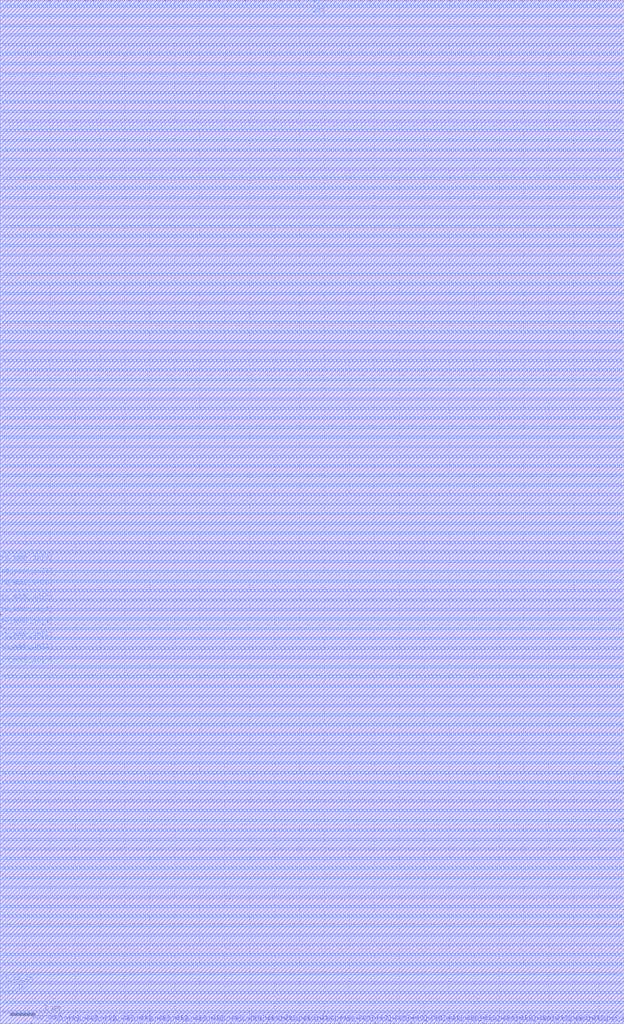
<source format=lef>
# Generated by OpenFakeRAM
VERSION 5.7 ;
BUSBITCHARS "[]" ;
PROPERTYDEFINITIONS
  MACRO width INTEGER ;
  MACRO depth INTEGER ;
  MACRO banks INTEGER ;
END PROPERTYDEFINITIONS
MACRO fakeram_1rw1r_32w384d_sram
  PROPERTY width 32 ;
  PROPERTY depth 384 ;
  PROPERTY banks 1 ;
  FOREIGN fakeram_1rw1r_32w384d_sram 0 0 ;
  SYMMETRY X Y R90 ;
  SIZE 25.020 BY 41.040 ;
  CLASS BLOCK ;
  PIN r0_clk
    DIRECTION INPUT ;
    USE SIGNAL ;
    SHAPE ABUTMENT ;
    PORT
      LAYER M4 ;
      RECT 0.000 1.236 0.048 1.260 ;
    END
  END r0_clk
  PIN r0_ce_in
    DIRECTION INPUT ;
    USE SIGNAL ;
    SHAPE ABUTMENT ;
    PORT
      LAYER M4 ;
      RECT 0.000 1.620 0.048 1.644 ;
    END
  END r0_ce_in
  PIN r0_addr_in[0]
    DIRECTION INPUT ;
    USE SIGNAL ;
    SHAPE ABUTMENT ;
    PORT
      LAYER M4 ;
      RECT 0.000 14.388 0.048 14.412 ;
    END
  END r0_addr_in[0]
  PIN r0_addr_in[1]
    DIRECTION INPUT ;
    USE SIGNAL ;
    SHAPE ABUTMENT ;
    PORT
      LAYER M4 ;
      RECT 0.000 14.916 0.048 14.940 ;
    END
  END r0_addr_in[1]
  PIN r0_addr_in[2]
    DIRECTION INPUT ;
    USE SIGNAL ;
    SHAPE ABUTMENT ;
    PORT
      LAYER M4 ;
      RECT 0.000 15.396 0.048 15.420 ;
    END
  END r0_addr_in[2]
  PIN r0_addr_in[3]
    DIRECTION INPUT ;
    USE SIGNAL ;
    SHAPE ABUTMENT ;
    PORT
      LAYER M4 ;
      RECT 0.000 15.924 0.048 15.948 ;
    END
  END r0_addr_in[3]
  PIN r0_addr_in[4]
    DIRECTION INPUT ;
    USE SIGNAL ;
    SHAPE ABUTMENT ;
    PORT
      LAYER M4 ;
      RECT 0.000 16.404 0.048 16.428 ;
    END
  END r0_addr_in[4]
  PIN r0_addr_in[5]
    DIRECTION INPUT ;
    USE SIGNAL ;
    SHAPE ABUTMENT ;
    PORT
      LAYER M4 ;
      RECT 0.000 16.932 0.048 16.956 ;
    END
  END r0_addr_in[5]
  PIN r0_addr_in[6]
    DIRECTION INPUT ;
    USE SIGNAL ;
    SHAPE ABUTMENT ;
    PORT
      LAYER M4 ;
      RECT 0.000 17.460 0.048 17.484 ;
    END
  END r0_addr_in[6]
  PIN r0_addr_in[7]
    DIRECTION INPUT ;
    USE SIGNAL ;
    SHAPE ABUTMENT ;
    PORT
      LAYER M4 ;
      RECT 0.000 17.940 0.048 17.964 ;
    END
  END r0_addr_in[7]
  PIN r0_addr_in[8]
    DIRECTION INPUT ;
    USE SIGNAL ;
    SHAPE ABUTMENT ;
    PORT
      LAYER M4 ;
      RECT 0.000 18.468 0.048 18.492 ;
    END
  END r0_addr_in[8]
  PIN rw0_rd_out[0]
    DIRECTION OUTPUT ;
    USE SIGNAL ;
    SHAPE ABUTMENT ;
    PORT
      LAYER M3 ;
      RECT 1.251 41.004 1.269 41.040 ;
    END
  END rw0_rd_out[0]
  PIN r0_rd_out[0]
    DIRECTION OUTPUT ;
    USE SIGNAL ;
    SHAPE ABUTMENT ;
    PORT
      LAYER M3 ;
      RECT 1.611 41.004 1.629 41.040 ;
    END
  END r0_rd_out[0]
  PIN rw0_rd_out[1]
    DIRECTION OUTPUT ;
    USE SIGNAL ;
    SHAPE ABUTMENT ;
    PORT
      LAYER M3 ;
      RECT 1.971 41.004 1.989 41.040 ;
    END
  END rw0_rd_out[1]
  PIN r0_rd_out[1]
    DIRECTION OUTPUT ;
    USE SIGNAL ;
    SHAPE ABUTMENT ;
    PORT
      LAYER M3 ;
      RECT 2.331 41.004 2.349 41.040 ;
    END
  END r0_rd_out[1]
  PIN rw0_rd_out[2]
    DIRECTION OUTPUT ;
    USE SIGNAL ;
    SHAPE ABUTMENT ;
    PORT
      LAYER M3 ;
      RECT 2.691 41.004 2.709 41.040 ;
    END
  END rw0_rd_out[2]
  PIN r0_rd_out[2]
    DIRECTION OUTPUT ;
    USE SIGNAL ;
    SHAPE ABUTMENT ;
    PORT
      LAYER M3 ;
      RECT 3.051 41.004 3.069 41.040 ;
    END
  END r0_rd_out[2]
  PIN rw0_rd_out[3]
    DIRECTION OUTPUT ;
    USE SIGNAL ;
    SHAPE ABUTMENT ;
    PORT
      LAYER M3 ;
      RECT 3.411 41.004 3.429 41.040 ;
    END
  END rw0_rd_out[3]
  PIN r0_rd_out[3]
    DIRECTION OUTPUT ;
    USE SIGNAL ;
    SHAPE ABUTMENT ;
    PORT
      LAYER M3 ;
      RECT 3.735 41.004 3.753 41.040 ;
    END
  END r0_rd_out[3]
  PIN rw0_rd_out[4]
    DIRECTION OUTPUT ;
    USE SIGNAL ;
    SHAPE ABUTMENT ;
    PORT
      LAYER M3 ;
      RECT 4.095 41.004 4.113 41.040 ;
    END
  END rw0_rd_out[4]
  PIN r0_rd_out[4]
    DIRECTION OUTPUT ;
    USE SIGNAL ;
    SHAPE ABUTMENT ;
    PORT
      LAYER M3 ;
      RECT 4.455 41.004 4.473 41.040 ;
    END
  END r0_rd_out[4]
  PIN rw0_rd_out[5]
    DIRECTION OUTPUT ;
    USE SIGNAL ;
    SHAPE ABUTMENT ;
    PORT
      LAYER M3 ;
      RECT 4.815 41.004 4.833 41.040 ;
    END
  END rw0_rd_out[5]
  PIN r0_rd_out[5]
    DIRECTION OUTPUT ;
    USE SIGNAL ;
    SHAPE ABUTMENT ;
    PORT
      LAYER M3 ;
      RECT 5.175 41.004 5.193 41.040 ;
    END
  END r0_rd_out[5]
  PIN rw0_rd_out[6]
    DIRECTION OUTPUT ;
    USE SIGNAL ;
    SHAPE ABUTMENT ;
    PORT
      LAYER M3 ;
      RECT 5.535 41.004 5.553 41.040 ;
    END
  END rw0_rd_out[6]
  PIN r0_rd_out[6]
    DIRECTION OUTPUT ;
    USE SIGNAL ;
    SHAPE ABUTMENT ;
    PORT
      LAYER M3 ;
      RECT 5.895 41.004 5.913 41.040 ;
    END
  END r0_rd_out[6]
  PIN rw0_rd_out[7]
    DIRECTION OUTPUT ;
    USE SIGNAL ;
    SHAPE ABUTMENT ;
    PORT
      LAYER M3 ;
      RECT 6.255 41.004 6.273 41.040 ;
    END
  END rw0_rd_out[7]
  PIN r0_rd_out[7]
    DIRECTION OUTPUT ;
    USE SIGNAL ;
    SHAPE ABUTMENT ;
    PORT
      LAYER M3 ;
      RECT 6.615 41.004 6.633 41.040 ;
    END
  END r0_rd_out[7]
  PIN rw0_rd_out[8]
    DIRECTION OUTPUT ;
    USE SIGNAL ;
    SHAPE ABUTMENT ;
    PORT
      LAYER M3 ;
      RECT 6.975 41.004 6.993 41.040 ;
    END
  END rw0_rd_out[8]
  PIN r0_rd_out[8]
    DIRECTION OUTPUT ;
    USE SIGNAL ;
    SHAPE ABUTMENT ;
    PORT
      LAYER M3 ;
      RECT 7.335 41.004 7.353 41.040 ;
    END
  END r0_rd_out[8]
  PIN rw0_rd_out[9]
    DIRECTION OUTPUT ;
    USE SIGNAL ;
    SHAPE ABUTMENT ;
    PORT
      LAYER M3 ;
      RECT 7.695 41.004 7.713 41.040 ;
    END
  END rw0_rd_out[9]
  PIN r0_rd_out[9]
    DIRECTION OUTPUT ;
    USE SIGNAL ;
    SHAPE ABUTMENT ;
    PORT
      LAYER M3 ;
      RECT 8.019 41.004 8.037 41.040 ;
    END
  END r0_rd_out[9]
  PIN rw0_rd_out[10]
    DIRECTION OUTPUT ;
    USE SIGNAL ;
    SHAPE ABUTMENT ;
    PORT
      LAYER M3 ;
      RECT 8.379 41.004 8.397 41.040 ;
    END
  END rw0_rd_out[10]
  PIN r0_rd_out[10]
    DIRECTION OUTPUT ;
    USE SIGNAL ;
    SHAPE ABUTMENT ;
    PORT
      LAYER M3 ;
      RECT 8.739 41.004 8.757 41.040 ;
    END
  END r0_rd_out[10]
  PIN rw0_rd_out[11]
    DIRECTION OUTPUT ;
    USE SIGNAL ;
    SHAPE ABUTMENT ;
    PORT
      LAYER M3 ;
      RECT 9.099 41.004 9.117 41.040 ;
    END
  END rw0_rd_out[11]
  PIN r0_rd_out[11]
    DIRECTION OUTPUT ;
    USE SIGNAL ;
    SHAPE ABUTMENT ;
    PORT
      LAYER M3 ;
      RECT 9.459 41.004 9.477 41.040 ;
    END
  END r0_rd_out[11]
  PIN rw0_rd_out[12]
    DIRECTION OUTPUT ;
    USE SIGNAL ;
    SHAPE ABUTMENT ;
    PORT
      LAYER M3 ;
      RECT 9.819 41.004 9.837 41.040 ;
    END
  END rw0_rd_out[12]
  PIN r0_rd_out[12]
    DIRECTION OUTPUT ;
    USE SIGNAL ;
    SHAPE ABUTMENT ;
    PORT
      LAYER M3 ;
      RECT 10.179 41.004 10.197 41.040 ;
    END
  END r0_rd_out[12]
  PIN rw0_rd_out[13]
    DIRECTION OUTPUT ;
    USE SIGNAL ;
    SHAPE ABUTMENT ;
    PORT
      LAYER M3 ;
      RECT 10.539 41.004 10.557 41.040 ;
    END
  END rw0_rd_out[13]
  PIN r0_rd_out[13]
    DIRECTION OUTPUT ;
    USE SIGNAL ;
    SHAPE ABUTMENT ;
    PORT
      LAYER M3 ;
      RECT 10.899 41.004 10.917 41.040 ;
    END
  END r0_rd_out[13]
  PIN rw0_rd_out[14]
    DIRECTION OUTPUT ;
    USE SIGNAL ;
    SHAPE ABUTMENT ;
    PORT
      LAYER M3 ;
      RECT 11.259 41.004 11.277 41.040 ;
    END
  END rw0_rd_out[14]
  PIN r0_rd_out[14]
    DIRECTION OUTPUT ;
    USE SIGNAL ;
    SHAPE ABUTMENT ;
    PORT
      LAYER M3 ;
      RECT 11.619 41.004 11.637 41.040 ;
    END
  END r0_rd_out[14]
  PIN rw0_rd_out[15]
    DIRECTION OUTPUT ;
    USE SIGNAL ;
    SHAPE ABUTMENT ;
    PORT
      LAYER M3 ;
      RECT 11.979 41.004 11.997 41.040 ;
    END
  END rw0_rd_out[15]
  PIN r0_rd_out[15]
    DIRECTION OUTPUT ;
    USE SIGNAL ;
    SHAPE ABUTMENT ;
    PORT
      LAYER M3 ;
      RECT 12.339 41.004 12.357 41.040 ;
    END
  END r0_rd_out[15]
  PIN rw0_rd_out[16]
    DIRECTION OUTPUT ;
    USE SIGNAL ;
    SHAPE ABUTMENT ;
    PORT
      LAYER M3 ;
      RECT 12.663 41.004 12.681 41.040 ;
    END
  END rw0_rd_out[16]
  PIN r0_rd_out[16]
    DIRECTION OUTPUT ;
    USE SIGNAL ;
    SHAPE ABUTMENT ;
    PORT
      LAYER M3 ;
      RECT 13.023 41.004 13.041 41.040 ;
    END
  END r0_rd_out[16]
  PIN rw0_rd_out[17]
    DIRECTION OUTPUT ;
    USE SIGNAL ;
    SHAPE ABUTMENT ;
    PORT
      LAYER M3 ;
      RECT 13.383 41.004 13.401 41.040 ;
    END
  END rw0_rd_out[17]
  PIN r0_rd_out[17]
    DIRECTION OUTPUT ;
    USE SIGNAL ;
    SHAPE ABUTMENT ;
    PORT
      LAYER M3 ;
      RECT 13.743 41.004 13.761 41.040 ;
    END
  END r0_rd_out[17]
  PIN rw0_rd_out[18]
    DIRECTION OUTPUT ;
    USE SIGNAL ;
    SHAPE ABUTMENT ;
    PORT
      LAYER M3 ;
      RECT 14.103 41.004 14.121 41.040 ;
    END
  END rw0_rd_out[18]
  PIN r0_rd_out[18]
    DIRECTION OUTPUT ;
    USE SIGNAL ;
    SHAPE ABUTMENT ;
    PORT
      LAYER M3 ;
      RECT 14.463 41.004 14.481 41.040 ;
    END
  END r0_rd_out[18]
  PIN rw0_rd_out[19]
    DIRECTION OUTPUT ;
    USE SIGNAL ;
    SHAPE ABUTMENT ;
    PORT
      LAYER M3 ;
      RECT 14.823 41.004 14.841 41.040 ;
    END
  END rw0_rd_out[19]
  PIN r0_rd_out[19]
    DIRECTION OUTPUT ;
    USE SIGNAL ;
    SHAPE ABUTMENT ;
    PORT
      LAYER M3 ;
      RECT 15.183 41.004 15.201 41.040 ;
    END
  END r0_rd_out[19]
  PIN rw0_rd_out[20]
    DIRECTION OUTPUT ;
    USE SIGNAL ;
    SHAPE ABUTMENT ;
    PORT
      LAYER M3 ;
      RECT 15.543 41.004 15.561 41.040 ;
    END
  END rw0_rd_out[20]
  PIN r0_rd_out[20]
    DIRECTION OUTPUT ;
    USE SIGNAL ;
    SHAPE ABUTMENT ;
    PORT
      LAYER M3 ;
      RECT 15.903 41.004 15.921 41.040 ;
    END
  END r0_rd_out[20]
  PIN rw0_rd_out[21]
    DIRECTION OUTPUT ;
    USE SIGNAL ;
    SHAPE ABUTMENT ;
    PORT
      LAYER M3 ;
      RECT 16.263 41.004 16.281 41.040 ;
    END
  END rw0_rd_out[21]
  PIN r0_rd_out[21]
    DIRECTION OUTPUT ;
    USE SIGNAL ;
    SHAPE ABUTMENT ;
    PORT
      LAYER M3 ;
      RECT 16.623 41.004 16.641 41.040 ;
    END
  END r0_rd_out[21]
  PIN rw0_rd_out[22]
    DIRECTION OUTPUT ;
    USE SIGNAL ;
    SHAPE ABUTMENT ;
    PORT
      LAYER M3 ;
      RECT 16.983 41.004 17.001 41.040 ;
    END
  END rw0_rd_out[22]
  PIN r0_rd_out[22]
    DIRECTION OUTPUT ;
    USE SIGNAL ;
    SHAPE ABUTMENT ;
    PORT
      LAYER M3 ;
      RECT 17.307 41.004 17.325 41.040 ;
    END
  END r0_rd_out[22]
  PIN rw0_rd_out[23]
    DIRECTION OUTPUT ;
    USE SIGNAL ;
    SHAPE ABUTMENT ;
    PORT
      LAYER M3 ;
      RECT 17.667 41.004 17.685 41.040 ;
    END
  END rw0_rd_out[23]
  PIN r0_rd_out[23]
    DIRECTION OUTPUT ;
    USE SIGNAL ;
    SHAPE ABUTMENT ;
    PORT
      LAYER M3 ;
      RECT 18.027 41.004 18.045 41.040 ;
    END
  END r0_rd_out[23]
  PIN rw0_rd_out[24]
    DIRECTION OUTPUT ;
    USE SIGNAL ;
    SHAPE ABUTMENT ;
    PORT
      LAYER M3 ;
      RECT 18.387 41.004 18.405 41.040 ;
    END
  END rw0_rd_out[24]
  PIN r0_rd_out[24]
    DIRECTION OUTPUT ;
    USE SIGNAL ;
    SHAPE ABUTMENT ;
    PORT
      LAYER M3 ;
      RECT 18.747 41.004 18.765 41.040 ;
    END
  END r0_rd_out[24]
  PIN rw0_rd_out[25]
    DIRECTION OUTPUT ;
    USE SIGNAL ;
    SHAPE ABUTMENT ;
    PORT
      LAYER M3 ;
      RECT 19.107 41.004 19.125 41.040 ;
    END
  END rw0_rd_out[25]
  PIN r0_rd_out[25]
    DIRECTION OUTPUT ;
    USE SIGNAL ;
    SHAPE ABUTMENT ;
    PORT
      LAYER M3 ;
      RECT 19.467 41.004 19.485 41.040 ;
    END
  END r0_rd_out[25]
  PIN rw0_rd_out[26]
    DIRECTION OUTPUT ;
    USE SIGNAL ;
    SHAPE ABUTMENT ;
    PORT
      LAYER M3 ;
      RECT 19.827 41.004 19.845 41.040 ;
    END
  END rw0_rd_out[26]
  PIN r0_rd_out[26]
    DIRECTION OUTPUT ;
    USE SIGNAL ;
    SHAPE ABUTMENT ;
    PORT
      LAYER M3 ;
      RECT 20.187 41.004 20.205 41.040 ;
    END
  END r0_rd_out[26]
  PIN rw0_rd_out[27]
    DIRECTION OUTPUT ;
    USE SIGNAL ;
    SHAPE ABUTMENT ;
    PORT
      LAYER M3 ;
      RECT 20.547 41.004 20.565 41.040 ;
    END
  END rw0_rd_out[27]
  PIN r0_rd_out[27]
    DIRECTION OUTPUT ;
    USE SIGNAL ;
    SHAPE ABUTMENT ;
    PORT
      LAYER M3 ;
      RECT 20.907 41.004 20.925 41.040 ;
    END
  END r0_rd_out[27]
  PIN rw0_rd_out[28]
    DIRECTION OUTPUT ;
    USE SIGNAL ;
    SHAPE ABUTMENT ;
    PORT
      LAYER M3 ;
      RECT 21.267 41.004 21.285 41.040 ;
    END
  END rw0_rd_out[28]
  PIN r0_rd_out[28]
    DIRECTION OUTPUT ;
    USE SIGNAL ;
    SHAPE ABUTMENT ;
    PORT
      LAYER M3 ;
      RECT 21.591 41.004 21.609 41.040 ;
    END
  END r0_rd_out[28]
  PIN rw0_rd_out[29]
    DIRECTION OUTPUT ;
    USE SIGNAL ;
    SHAPE ABUTMENT ;
    PORT
      LAYER M3 ;
      RECT 21.951 41.004 21.969 41.040 ;
    END
  END rw0_rd_out[29]
  PIN r0_rd_out[29]
    DIRECTION OUTPUT ;
    USE SIGNAL ;
    SHAPE ABUTMENT ;
    PORT
      LAYER M3 ;
      RECT 22.311 41.004 22.329 41.040 ;
    END
  END r0_rd_out[29]
  PIN rw0_rd_out[30]
    DIRECTION OUTPUT ;
    USE SIGNAL ;
    SHAPE ABUTMENT ;
    PORT
      LAYER M3 ;
      RECT 22.671 41.004 22.689 41.040 ;
    END
  END rw0_rd_out[30]
  PIN r0_rd_out[30]
    DIRECTION OUTPUT ;
    USE SIGNAL ;
    SHAPE ABUTMENT ;
    PORT
      LAYER M3 ;
      RECT 23.031 41.004 23.049 41.040 ;
    END
  END r0_rd_out[30]
  PIN rw0_rd_out[31]
    DIRECTION OUTPUT ;
    USE SIGNAL ;
    SHAPE ABUTMENT ;
    PORT
      LAYER M3 ;
      RECT 23.391 41.004 23.409 41.040 ;
    END
  END rw0_rd_out[31]
  PIN r0_rd_out[31]
    DIRECTION OUTPUT ;
    USE SIGNAL ;
    SHAPE ABUTMENT ;
    PORT
      LAYER M3 ;
      RECT 23.751 41.004 23.769 41.040 ;
    END
  END r0_rd_out[31]
  PIN rw0_clk
    DIRECTION INPUT ;
    USE SIGNAL ;
    SHAPE ABUTMENT ;
    PORT
      LAYER M4 ;
      RECT 24.972 36.948 25.020 36.972 ;
    END
  END rw0_clk
  PIN rw0_ce_in
    DIRECTION INPUT ;
    USE SIGNAL ;
    SHAPE ABUTMENT ;
    PORT
      LAYER M4 ;
      RECT 24.972 37.332 25.020 37.356 ;
    END
  END rw0_ce_in
  PIN rw0_we_in
    DIRECTION INPUT ;
    USE SIGNAL ;
    SHAPE ABUTMENT ;
    PORT
      LAYER M4 ;
      RECT 24.972 37.716 25.020 37.740 ;
    END
  END rw0_we_in
  PIN rw0_addr_in[0]
    DIRECTION INPUT ;
    USE SIGNAL ;
    SHAPE ABUTMENT ;
    PORT
      LAYER M4 ;
      RECT 24.972 6.180 25.020 6.204 ;
    END
  END rw0_addr_in[0]
  PIN rw0_addr_in[1]
    DIRECTION INPUT ;
    USE SIGNAL ;
    SHAPE ABUTMENT ;
    PORT
      LAYER M4 ;
      RECT 24.972 6.708 25.020 6.732 ;
    END
  END rw0_addr_in[1]
  PIN rw0_addr_in[2]
    DIRECTION INPUT ;
    USE SIGNAL ;
    SHAPE ABUTMENT ;
    PORT
      LAYER M4 ;
      RECT 24.972 7.188 25.020 7.212 ;
    END
  END rw0_addr_in[2]
  PIN rw0_addr_in[3]
    DIRECTION INPUT ;
    USE SIGNAL ;
    SHAPE ABUTMENT ;
    PORT
      LAYER M4 ;
      RECT 24.972 7.716 25.020 7.740 ;
    END
  END rw0_addr_in[3]
  PIN rw0_addr_in[4]
    DIRECTION INPUT ;
    USE SIGNAL ;
    SHAPE ABUTMENT ;
    PORT
      LAYER M4 ;
      RECT 24.972 8.196 25.020 8.220 ;
    END
  END rw0_addr_in[4]
  PIN rw0_addr_in[5]
    DIRECTION INPUT ;
    USE SIGNAL ;
    SHAPE ABUTMENT ;
    PORT
      LAYER M4 ;
      RECT 24.972 8.724 25.020 8.748 ;
    END
  END rw0_addr_in[5]
  PIN rw0_addr_in[6]
    DIRECTION INPUT ;
    USE SIGNAL ;
    SHAPE ABUTMENT ;
    PORT
      LAYER M4 ;
      RECT 24.972 9.252 25.020 9.276 ;
    END
  END rw0_addr_in[6]
  PIN rw0_addr_in[7]
    DIRECTION INPUT ;
    USE SIGNAL ;
    SHAPE ABUTMENT ;
    PORT
      LAYER M4 ;
      RECT 24.972 9.732 25.020 9.756 ;
    END
  END rw0_addr_in[7]
  PIN rw0_addr_in[8]
    DIRECTION INPUT ;
    USE SIGNAL ;
    SHAPE ABUTMENT ;
    PORT
      LAYER M4 ;
      RECT 24.972 10.260 25.020 10.284 ;
    END
  END rw0_addr_in[8]
  PIN rw0_wd_in[0]
    DIRECTION INPUT ;
    USE SIGNAL ;
    SHAPE ABUTMENT ;
    PORT
      LAYER M3 ;
      RECT 1.251 0.000 1.269 0.036 ;
    END
  END rw0_wd_in[0]
  PIN rw0_wd_in[1]
    DIRECTION INPUT ;
    USE SIGNAL ;
    SHAPE ABUTMENT ;
    PORT
      LAYER M3 ;
      RECT 1.971 0.000 1.989 0.036 ;
    END
  END rw0_wd_in[1]
  PIN rw0_wd_in[2]
    DIRECTION INPUT ;
    USE SIGNAL ;
    SHAPE ABUTMENT ;
    PORT
      LAYER M3 ;
      RECT 2.691 0.000 2.709 0.036 ;
    END
  END rw0_wd_in[2]
  PIN rw0_wd_in[3]
    DIRECTION INPUT ;
    USE SIGNAL ;
    SHAPE ABUTMENT ;
    PORT
      LAYER M3 ;
      RECT 3.411 0.000 3.429 0.036 ;
    END
  END rw0_wd_in[3]
  PIN rw0_wd_in[4]
    DIRECTION INPUT ;
    USE SIGNAL ;
    SHAPE ABUTMENT ;
    PORT
      LAYER M3 ;
      RECT 4.167 0.000 4.185 0.036 ;
    END
  END rw0_wd_in[4]
  PIN rw0_wd_in[5]
    DIRECTION INPUT ;
    USE SIGNAL ;
    SHAPE ABUTMENT ;
    PORT
      LAYER M3 ;
      RECT 4.887 0.000 4.905 0.036 ;
    END
  END rw0_wd_in[5]
  PIN rw0_wd_in[6]
    DIRECTION INPUT ;
    USE SIGNAL ;
    SHAPE ABUTMENT ;
    PORT
      LAYER M3 ;
      RECT 5.607 0.000 5.625 0.036 ;
    END
  END rw0_wd_in[6]
  PIN rw0_wd_in[7]
    DIRECTION INPUT ;
    USE SIGNAL ;
    SHAPE ABUTMENT ;
    PORT
      LAYER M3 ;
      RECT 6.327 0.000 6.345 0.036 ;
    END
  END rw0_wd_in[7]
  PIN rw0_wd_in[8]
    DIRECTION INPUT ;
    USE SIGNAL ;
    SHAPE ABUTMENT ;
    PORT
      LAYER M3 ;
      RECT 7.047 0.000 7.065 0.036 ;
    END
  END rw0_wd_in[8]
  PIN rw0_wd_in[9]
    DIRECTION INPUT ;
    USE SIGNAL ;
    SHAPE ABUTMENT ;
    PORT
      LAYER M3 ;
      RECT 7.767 0.000 7.785 0.036 ;
    END
  END rw0_wd_in[9]
  PIN rw0_wd_in[10]
    DIRECTION INPUT ;
    USE SIGNAL ;
    SHAPE ABUTMENT ;
    PORT
      LAYER M3 ;
      RECT 8.523 0.000 8.541 0.036 ;
    END
  END rw0_wd_in[10]
  PIN rw0_wd_in[11]
    DIRECTION INPUT ;
    USE SIGNAL ;
    SHAPE ABUTMENT ;
    PORT
      LAYER M3 ;
      RECT 9.243 0.000 9.261 0.036 ;
    END
  END rw0_wd_in[11]
  PIN rw0_wd_in[12]
    DIRECTION INPUT ;
    USE SIGNAL ;
    SHAPE ABUTMENT ;
    PORT
      LAYER M3 ;
      RECT 9.963 0.000 9.981 0.036 ;
    END
  END rw0_wd_in[12]
  PIN rw0_wd_in[13]
    DIRECTION INPUT ;
    USE SIGNAL ;
    SHAPE ABUTMENT ;
    PORT
      LAYER M3 ;
      RECT 10.683 0.000 10.701 0.036 ;
    END
  END rw0_wd_in[13]
  PIN rw0_wd_in[14]
    DIRECTION INPUT ;
    USE SIGNAL ;
    SHAPE ABUTMENT ;
    PORT
      LAYER M3 ;
      RECT 11.403 0.000 11.421 0.036 ;
    END
  END rw0_wd_in[14]
  PIN rw0_wd_in[15]
    DIRECTION INPUT ;
    USE SIGNAL ;
    SHAPE ABUTMENT ;
    PORT
      LAYER M3 ;
      RECT 12.123 0.000 12.141 0.036 ;
    END
  END rw0_wd_in[15]
  PIN rw0_wd_in[16]
    DIRECTION INPUT ;
    USE SIGNAL ;
    SHAPE ABUTMENT ;
    PORT
      LAYER M3 ;
      RECT 12.879 0.000 12.897 0.036 ;
    END
  END rw0_wd_in[16]
  PIN rw0_wd_in[17]
    DIRECTION INPUT ;
    USE SIGNAL ;
    SHAPE ABUTMENT ;
    PORT
      LAYER M3 ;
      RECT 13.599 0.000 13.617 0.036 ;
    END
  END rw0_wd_in[17]
  PIN rw0_wd_in[18]
    DIRECTION INPUT ;
    USE SIGNAL ;
    SHAPE ABUTMENT ;
    PORT
      LAYER M3 ;
      RECT 14.319 0.000 14.337 0.036 ;
    END
  END rw0_wd_in[18]
  PIN rw0_wd_in[19]
    DIRECTION INPUT ;
    USE SIGNAL ;
    SHAPE ABUTMENT ;
    PORT
      LAYER M3 ;
      RECT 15.039 0.000 15.057 0.036 ;
    END
  END rw0_wd_in[19]
  PIN rw0_wd_in[20]
    DIRECTION INPUT ;
    USE SIGNAL ;
    SHAPE ABUTMENT ;
    PORT
      LAYER M3 ;
      RECT 15.759 0.000 15.777 0.036 ;
    END
  END rw0_wd_in[20]
  PIN rw0_wd_in[21]
    DIRECTION INPUT ;
    USE SIGNAL ;
    SHAPE ABUTMENT ;
    PORT
      LAYER M3 ;
      RECT 16.479 0.000 16.497 0.036 ;
    END
  END rw0_wd_in[21]
  PIN rw0_wd_in[22]
    DIRECTION INPUT ;
    USE SIGNAL ;
    SHAPE ABUTMENT ;
    PORT
      LAYER M3 ;
      RECT 17.235 0.000 17.253 0.036 ;
    END
  END rw0_wd_in[22]
  PIN rw0_wd_in[23]
    DIRECTION INPUT ;
    USE SIGNAL ;
    SHAPE ABUTMENT ;
    PORT
      LAYER M3 ;
      RECT 17.955 0.000 17.973 0.036 ;
    END
  END rw0_wd_in[23]
  PIN rw0_wd_in[24]
    DIRECTION INPUT ;
    USE SIGNAL ;
    SHAPE ABUTMENT ;
    PORT
      LAYER M3 ;
      RECT 18.675 0.000 18.693 0.036 ;
    END
  END rw0_wd_in[24]
  PIN rw0_wd_in[25]
    DIRECTION INPUT ;
    USE SIGNAL ;
    SHAPE ABUTMENT ;
    PORT
      LAYER M3 ;
      RECT 19.395 0.000 19.413 0.036 ;
    END
  END rw0_wd_in[25]
  PIN rw0_wd_in[26]
    DIRECTION INPUT ;
    USE SIGNAL ;
    SHAPE ABUTMENT ;
    PORT
      LAYER M3 ;
      RECT 20.115 0.000 20.133 0.036 ;
    END
  END rw0_wd_in[26]
  PIN rw0_wd_in[27]
    DIRECTION INPUT ;
    USE SIGNAL ;
    SHAPE ABUTMENT ;
    PORT
      LAYER M3 ;
      RECT 20.835 0.000 20.853 0.036 ;
    END
  END rw0_wd_in[27]
  PIN rw0_wd_in[28]
    DIRECTION INPUT ;
    USE SIGNAL ;
    SHAPE ABUTMENT ;
    PORT
      LAYER M3 ;
      RECT 21.591 0.000 21.609 0.036 ;
    END
  END rw0_wd_in[28]
  PIN rw0_wd_in[29]
    DIRECTION INPUT ;
    USE SIGNAL ;
    SHAPE ABUTMENT ;
    PORT
      LAYER M3 ;
      RECT 22.311 0.000 22.329 0.036 ;
    END
  END rw0_wd_in[29]
  PIN rw0_wd_in[30]
    DIRECTION INPUT ;
    USE SIGNAL ;
    SHAPE ABUTMENT ;
    PORT
      LAYER M3 ;
      RECT 23.031 0.000 23.049 0.036 ;
    END
  END rw0_wd_in[30]
  PIN rw0_wd_in[31]
    DIRECTION INPUT ;
    USE SIGNAL ;
    SHAPE ABUTMENT ;
    PORT
      LAYER M3 ;
      RECT 23.751 0.000 23.769 0.036 ;
    END
  END rw0_wd_in[31]
  PIN VSS
    DIRECTION INOUT ;
    USE GROUND ;
    PORT
      LAYER M4 ;
      RECT 0.096 0.816 24.924 0.912 ;
      RECT 0.096 1.584 24.924 1.680 ;
      RECT 0.096 2.352 24.924 2.448 ;
      RECT 0.096 3.120 24.924 3.216 ;
      RECT 0.096 3.888 24.924 3.984 ;
      RECT 0.096 4.656 24.924 4.752 ;
      RECT 0.096 5.424 24.924 5.520 ;
      RECT 0.096 6.192 24.924 6.288 ;
      RECT 0.096 6.960 24.924 7.056 ;
      RECT 0.096 7.728 24.924 7.824 ;
      RECT 0.096 8.496 24.924 8.592 ;
      RECT 0.096 9.264 24.924 9.360 ;
      RECT 0.096 10.032 24.924 10.128 ;
      RECT 0.096 10.800 24.924 10.896 ;
      RECT 0.096 11.568 24.924 11.664 ;
      RECT 0.096 12.336 24.924 12.432 ;
      RECT 0.096 13.104 24.924 13.200 ;
      RECT 0.096 13.872 24.924 13.968 ;
      RECT 0.096 14.640 24.924 14.736 ;
      RECT 0.096 15.408 24.924 15.504 ;
      RECT 0.096 16.176 24.924 16.272 ;
      RECT 0.096 16.944 24.924 17.040 ;
      RECT 0.096 17.712 24.924 17.808 ;
      RECT 0.096 18.480 24.924 18.576 ;
      RECT 0.096 19.248 24.924 19.344 ;
      RECT 0.096 20.016 24.924 20.112 ;
      RECT 0.096 20.784 24.924 20.880 ;
      RECT 0.096 21.552 24.924 21.648 ;
      RECT 0.096 22.320 24.924 22.416 ;
      RECT 0.096 23.088 24.924 23.184 ;
      RECT 0.096 23.856 24.924 23.952 ;
      RECT 0.096 24.624 24.924 24.720 ;
      RECT 0.096 25.392 24.924 25.488 ;
      RECT 0.096 26.160 24.924 26.256 ;
      RECT 0.096 26.928 24.924 27.024 ;
      RECT 0.096 27.696 24.924 27.792 ;
      RECT 0.096 28.464 24.924 28.560 ;
      RECT 0.096 29.232 24.924 29.328 ;
      RECT 0.096 30.000 24.924 30.096 ;
      RECT 0.096 30.768 24.924 30.864 ;
      RECT 0.096 31.536 24.924 31.632 ;
      RECT 0.096 32.304 24.924 32.400 ;
      RECT 0.096 33.072 24.924 33.168 ;
      RECT 0.096 33.840 24.924 33.936 ;
      RECT 0.096 34.608 24.924 34.704 ;
      RECT 0.096 35.376 24.924 35.472 ;
      RECT 0.096 36.144 24.924 36.240 ;
      RECT 0.096 36.912 24.924 37.008 ;
      RECT 0.096 37.680 24.924 37.776 ;
      RECT 0.096 38.448 24.924 38.544 ;
      RECT 0.096 39.216 24.924 39.312 ;
      RECT 0.096 39.984 24.924 40.080 ;
      RECT 0.096 40.752 24.924 40.848 ;
    END
  END VSS
  PIN VDD
    DIRECTION INOUT ;
    USE POWER ;
    PORT
      LAYER M4 ;
      RECT 0.096 0.432 24.924 0.528 ;
      RECT 0.096 1.200 24.924 1.296 ;
      RECT 0.096 1.968 24.924 2.064 ;
      RECT 0.096 2.736 24.924 2.832 ;
      RECT 0.096 3.504 24.924 3.600 ;
      RECT 0.096 4.272 24.924 4.368 ;
      RECT 0.096 5.040 24.924 5.136 ;
      RECT 0.096 5.808 24.924 5.904 ;
      RECT 0.096 6.576 24.924 6.672 ;
      RECT 0.096 7.344 24.924 7.440 ;
      RECT 0.096 8.112 24.924 8.208 ;
      RECT 0.096 8.880 24.924 8.976 ;
      RECT 0.096 9.648 24.924 9.744 ;
      RECT 0.096 10.416 24.924 10.512 ;
      RECT 0.096 11.184 24.924 11.280 ;
      RECT 0.096 11.952 24.924 12.048 ;
      RECT 0.096 12.720 24.924 12.816 ;
      RECT 0.096 13.488 24.924 13.584 ;
      RECT 0.096 14.256 24.924 14.352 ;
      RECT 0.096 15.024 24.924 15.120 ;
      RECT 0.096 15.792 24.924 15.888 ;
      RECT 0.096 16.560 24.924 16.656 ;
      RECT 0.096 17.328 24.924 17.424 ;
      RECT 0.096 18.096 24.924 18.192 ;
      RECT 0.096 18.864 24.924 18.960 ;
      RECT 0.096 19.632 24.924 19.728 ;
      RECT 0.096 20.400 24.924 20.496 ;
      RECT 0.096 21.168 24.924 21.264 ;
      RECT 0.096 21.936 24.924 22.032 ;
      RECT 0.096 22.704 24.924 22.800 ;
      RECT 0.096 23.472 24.924 23.568 ;
      RECT 0.096 24.240 24.924 24.336 ;
      RECT 0.096 25.008 24.924 25.104 ;
      RECT 0.096 25.776 24.924 25.872 ;
      RECT 0.096 26.544 24.924 26.640 ;
      RECT 0.096 27.312 24.924 27.408 ;
      RECT 0.096 28.080 24.924 28.176 ;
      RECT 0.096 28.848 24.924 28.944 ;
      RECT 0.096 29.616 24.924 29.712 ;
      RECT 0.096 30.384 24.924 30.480 ;
      RECT 0.096 31.152 24.924 31.248 ;
      RECT 0.096 31.920 24.924 32.016 ;
      RECT 0.096 32.688 24.924 32.784 ;
      RECT 0.096 33.456 24.924 33.552 ;
      RECT 0.096 34.224 24.924 34.320 ;
      RECT 0.096 34.992 24.924 35.088 ;
      RECT 0.096 35.760 24.924 35.856 ;
      RECT 0.096 36.528 24.924 36.624 ;
      RECT 0.096 37.296 24.924 37.392 ;
      RECT 0.096 38.064 24.924 38.160 ;
      RECT 0.096 38.832 24.924 38.928 ;
      RECT 0.096 39.600 24.924 39.696 ;
      RECT 0.096 40.368 24.924 40.464 ;
    END
  END VDD
  OBS
    LAYER M1 ;
    RECT 0 0 25.020 41.040 ;
    LAYER M2 ;
    RECT 0 0 25.020 41.040 ;
    LAYER M3 ;
    RECT 0 0 25.020 41.040 ;
    LAYER M4 ;
    RECT 0 0 25.020 41.040 ;
  END
END fakeram_1rw1r_32w384d_sram

END LIBRARY

</source>
